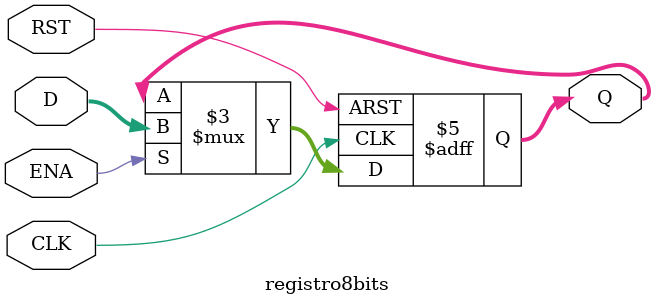
<source format=v>
`timescale 1ns / 1ps


module registro8bits(CLK, RST, ENA,D,Q);
    input CLK, RST, ENA;
    input [7:0] D; 
    output reg [7:0] Q; 
    
always @(posedge CLK or posedge RST) 
    
    if (RST) 
        Q = 8'b0;
    else if (ENA)
        Q = D; 
    else 
        Q = Q; 
endmodule
</source>
